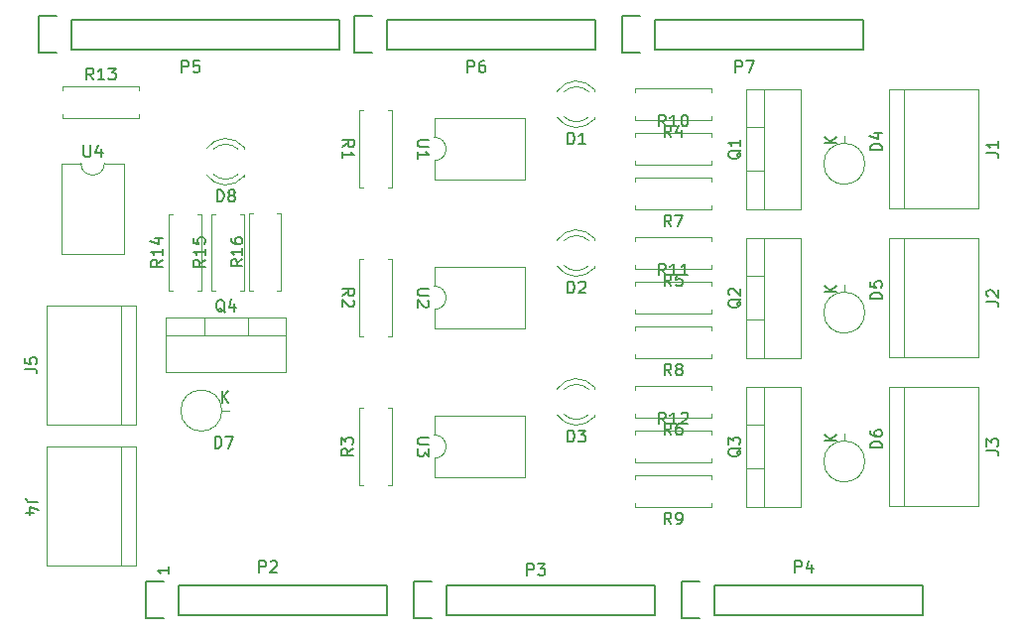
<source format=gbr>
G04 #@! TF.GenerationSoftware,KiCad,Pcbnew,(5.1.0)-1*
G04 #@! TF.CreationDate,2021-05-18T23:18:49-03:00*
G04 #@! TF.ProjectId,Arduino_Mega_Solenoid_Shield_r01,41726475-696e-46f5-9f4d-6567615f536f,rev?*
G04 #@! TF.SameCoordinates,Original*
G04 #@! TF.FileFunction,Legend,Top*
G04 #@! TF.FilePolarity,Positive*
%FSLAX46Y46*%
G04 Gerber Fmt 4.6, Leading zero omitted, Abs format (unit mm)*
G04 Created by KiCad (PCBNEW (5.1.0)-1) date 2021-05-18 23:18:49*
%MOMM*%
%LPD*%
G04 APERTURE LIST*
%ADD10C,0.150000*%
%ADD11C,0.120000*%
G04 APERTURE END LIST*
D10*
X131770380Y-116300285D02*
X131770380Y-116871714D01*
X131770380Y-116586000D02*
X130770380Y-116586000D01*
X130913238Y-116681238D01*
X131008476Y-116776476D01*
X131056095Y-116871714D01*
D11*
X127897400Y-81880400D02*
X126247400Y-81880400D01*
X127897400Y-89620400D02*
X127897400Y-81880400D01*
X122597400Y-89620400D02*
X127897400Y-89620400D01*
X122597400Y-81880400D02*
X122597400Y-89620400D01*
X124247400Y-81880400D02*
X122597400Y-81880400D01*
X126247400Y-81880400D02*
G75*
G02X124247400Y-81880400I-1000000J0D01*
G01*
X141324000Y-86163400D02*
X140994000Y-86163400D01*
X141324000Y-92703400D02*
X141324000Y-86163400D01*
X140994000Y-92703400D02*
X141324000Y-92703400D01*
X138584000Y-86163400D02*
X138914000Y-86163400D01*
X138584000Y-92703400D02*
X138584000Y-86163400D01*
X138914000Y-92703400D02*
X138584000Y-92703400D01*
X138123600Y-86188800D02*
X137793600Y-86188800D01*
X138123600Y-92728800D02*
X138123600Y-86188800D01*
X137793600Y-92728800D02*
X138123600Y-92728800D01*
X135383600Y-86188800D02*
X135713600Y-86188800D01*
X135383600Y-92728800D02*
X135383600Y-86188800D01*
X135713600Y-92728800D02*
X135383600Y-92728800D01*
X134491400Y-86188800D02*
X134161400Y-86188800D01*
X134491400Y-92728800D02*
X134491400Y-86188800D01*
X134161400Y-92728800D02*
X134491400Y-92728800D01*
X131751400Y-86188800D02*
X132081400Y-86188800D01*
X131751400Y-92728800D02*
X131751400Y-86188800D01*
X132081400Y-92728800D02*
X131751400Y-92728800D01*
X129228600Y-78027200D02*
X129228600Y-77697200D01*
X122688600Y-78027200D02*
X129228600Y-78027200D01*
X122688600Y-77697200D02*
X122688600Y-78027200D01*
X129228600Y-75287200D02*
X129228600Y-75617200D01*
X122688600Y-75287200D02*
X129228600Y-75287200D01*
X122688600Y-75617200D02*
X122688600Y-75287200D01*
X138477600Y-95053400D02*
X138477600Y-96563400D01*
X134776600Y-95053400D02*
X134776600Y-96563400D01*
X131506600Y-96563400D02*
X141746600Y-96563400D01*
X141746600Y-95053400D02*
X141746600Y-99694400D01*
X131506600Y-95053400D02*
X131506600Y-99694400D01*
X131506600Y-99694400D02*
X141746600Y-99694400D01*
X131506600Y-95053400D02*
X141746600Y-95053400D01*
X128930400Y-104165400D02*
X128930400Y-94005400D01*
X121310400Y-104165400D02*
X128930400Y-104165400D01*
X121310400Y-94005400D02*
X121310400Y-104165400D01*
X128930400Y-94005400D02*
X121310400Y-94005400D01*
X127660400Y-94005400D02*
X127660400Y-104165400D01*
X134928865Y-82815808D02*
G75*
G03X138161200Y-82972716I1672335J1078608D01*
G01*
X134928865Y-80658592D02*
G75*
G02X138161200Y-80501684I1672335J-1078608D01*
G01*
X135560070Y-82817037D02*
G75*
G03X137642161Y-82817200I1041130J1079837D01*
G01*
X135560070Y-80657363D02*
G75*
G02X137642161Y-80657200I1041130J-1079837D01*
G01*
X138161200Y-82973200D02*
X138161200Y-82817200D01*
X138161200Y-80657200D02*
X138161200Y-80501200D01*
X136269035Y-102971600D02*
X136928400Y-102971600D01*
X136269035Y-102971600D02*
G75*
G03X136269035Y-102971600I-1750635J0D01*
G01*
X150747400Y-77375000D02*
X150417400Y-77375000D01*
X150747400Y-83915000D02*
X150747400Y-77375000D01*
X150417400Y-83915000D02*
X150747400Y-83915000D01*
X148007400Y-77375000D02*
X148337400Y-77375000D01*
X148007400Y-83915000D02*
X148007400Y-77375000D01*
X148337400Y-83915000D02*
X148007400Y-83915000D01*
X154397400Y-79645000D02*
G75*
G02X154397400Y-81645000I0J-1000000D01*
G01*
X154397400Y-81645000D02*
X154397400Y-83295000D01*
X154397400Y-83295000D02*
X162137400Y-83295000D01*
X162137400Y-83295000D02*
X162137400Y-77995000D01*
X162137400Y-77995000D02*
X154397400Y-77995000D01*
X154397400Y-77995000D02*
X154397400Y-79645000D01*
X154397400Y-92345000D02*
G75*
G02X154397400Y-94345000I0J-1000000D01*
G01*
X154397400Y-94345000D02*
X154397400Y-95995000D01*
X154397400Y-95995000D02*
X162137400Y-95995000D01*
X162137400Y-95995000D02*
X162137400Y-90695000D01*
X162137400Y-90695000D02*
X154397400Y-90695000D01*
X154397400Y-90695000D02*
X154397400Y-92345000D01*
X154397400Y-103395000D02*
X154397400Y-105045000D01*
X162137400Y-103395000D02*
X154397400Y-103395000D01*
X162137400Y-108695000D02*
X162137400Y-103395000D01*
X154397400Y-108695000D02*
X162137400Y-108695000D01*
X154397400Y-107045000D02*
X154397400Y-108695000D01*
X154397400Y-105045000D02*
G75*
G02X154397400Y-107045000I0J-1000000D01*
G01*
D10*
X173228000Y-72136000D02*
X191008000Y-72136000D01*
X191008000Y-72136000D02*
X191008000Y-69596000D01*
X191008000Y-69596000D02*
X173228000Y-69596000D01*
X170408000Y-72416000D02*
X171958000Y-72416000D01*
X173228000Y-72136000D02*
X173228000Y-69596000D01*
X171958000Y-69316000D02*
X170408000Y-69316000D01*
X170408000Y-69316000D02*
X170408000Y-72416000D01*
X150368000Y-72136000D02*
X168148000Y-72136000D01*
X168148000Y-72136000D02*
X168148000Y-69596000D01*
X168148000Y-69596000D02*
X150368000Y-69596000D01*
X147548000Y-72416000D02*
X149098000Y-72416000D01*
X150368000Y-72136000D02*
X150368000Y-69596000D01*
X149098000Y-69316000D02*
X147548000Y-69316000D01*
X147548000Y-69316000D02*
X147548000Y-72416000D01*
X123444000Y-72136000D02*
X146304000Y-72136000D01*
X146304000Y-72136000D02*
X146304000Y-69596000D01*
X146304000Y-69596000D02*
X123444000Y-69596000D01*
X120624000Y-72416000D02*
X122174000Y-72416000D01*
X123444000Y-72136000D02*
X123444000Y-69596000D01*
X122174000Y-69316000D02*
X120624000Y-69316000D01*
X120624000Y-69316000D02*
X120624000Y-72416000D01*
X178308000Y-120396000D02*
X196088000Y-120396000D01*
X196088000Y-120396000D02*
X196088000Y-117856000D01*
X196088000Y-117856000D02*
X178308000Y-117856000D01*
X175488000Y-120676000D02*
X177038000Y-120676000D01*
X178308000Y-120396000D02*
X178308000Y-117856000D01*
X177038000Y-117576000D02*
X175488000Y-117576000D01*
X175488000Y-117576000D02*
X175488000Y-120676000D01*
X155448000Y-120396000D02*
X173228000Y-120396000D01*
X173228000Y-120396000D02*
X173228000Y-117856000D01*
X173228000Y-117856000D02*
X155448000Y-117856000D01*
X152628000Y-120676000D02*
X154178000Y-120676000D01*
X155448000Y-120396000D02*
X155448000Y-117856000D01*
X154178000Y-117576000D02*
X152628000Y-117576000D01*
X152628000Y-117576000D02*
X152628000Y-120676000D01*
X132588000Y-120396000D02*
X150368000Y-120396000D01*
X150368000Y-120396000D02*
X150368000Y-117856000D01*
X150368000Y-117856000D02*
X132588000Y-117856000D01*
X129768000Y-120676000D02*
X131318000Y-120676000D01*
X132588000Y-120396000D02*
X132588000Y-117856000D01*
X131318000Y-117576000D02*
X129768000Y-117576000D01*
X129768000Y-117576000D02*
X129768000Y-120676000D01*
D11*
X189382400Y-105564365D02*
X189382400Y-104905000D01*
X191133035Y-107315000D02*
G75*
G03X191133035Y-107315000I-1750635J0D01*
G01*
X189382400Y-92864365D02*
X189382400Y-92205000D01*
X191133035Y-94615000D02*
G75*
G03X191133035Y-94615000I-1750635J0D01*
G01*
X189382400Y-80164365D02*
X189382400Y-79505000D01*
X191133035Y-81915000D02*
G75*
G03X191133035Y-81915000I-1750635J0D01*
G01*
X178047400Y-107415000D02*
X178047400Y-107085000D01*
X171507400Y-107415000D02*
X178047400Y-107415000D01*
X171507400Y-107085000D02*
X171507400Y-107415000D01*
X178047400Y-104675000D02*
X178047400Y-105005000D01*
X171507400Y-104675000D02*
X178047400Y-104675000D01*
X171507400Y-105005000D02*
X171507400Y-104675000D01*
X178047400Y-94715000D02*
X178047400Y-94385000D01*
X171507400Y-94715000D02*
X178047400Y-94715000D01*
X171507400Y-94385000D02*
X171507400Y-94715000D01*
X178047400Y-91975000D02*
X178047400Y-92305000D01*
X171507400Y-91975000D02*
X178047400Y-91975000D01*
X171507400Y-92305000D02*
X171507400Y-91975000D01*
X178047400Y-82015000D02*
X178047400Y-81685000D01*
X171507400Y-82015000D02*
X178047400Y-82015000D01*
X171507400Y-81685000D02*
X171507400Y-82015000D01*
X178047400Y-79275000D02*
X178047400Y-79605000D01*
X171507400Y-79275000D02*
X178047400Y-79275000D01*
X171507400Y-79605000D02*
X171507400Y-79275000D01*
X171507400Y-108485000D02*
X171507400Y-108815000D01*
X178047400Y-108485000D02*
X171507400Y-108485000D01*
X178047400Y-108815000D02*
X178047400Y-108485000D01*
X171507400Y-111225000D02*
X171507400Y-110895000D01*
X178047400Y-111225000D02*
X171507400Y-111225000D01*
X178047400Y-110895000D02*
X178047400Y-111225000D01*
X171507400Y-95785000D02*
X171507400Y-96115000D01*
X178047400Y-95785000D02*
X171507400Y-95785000D01*
X178047400Y-96115000D02*
X178047400Y-95785000D01*
X171507400Y-98525000D02*
X171507400Y-98195000D01*
X178047400Y-98525000D02*
X171507400Y-98525000D01*
X178047400Y-98195000D02*
X178047400Y-98525000D01*
X171507400Y-83085000D02*
X171507400Y-83415000D01*
X178047400Y-83085000D02*
X171507400Y-83085000D01*
X178047400Y-83415000D02*
X178047400Y-83085000D01*
X171507400Y-85825000D02*
X171507400Y-85495000D01*
X178047400Y-85825000D02*
X171507400Y-85825000D01*
X178047400Y-85495000D02*
X178047400Y-85825000D01*
X171507400Y-100865000D02*
X171507400Y-101195000D01*
X178047400Y-100865000D02*
X171507400Y-100865000D01*
X178047400Y-101195000D02*
X178047400Y-100865000D01*
X171507400Y-103605000D02*
X171507400Y-103275000D01*
X178047400Y-103605000D02*
X171507400Y-103605000D01*
X178047400Y-103275000D02*
X178047400Y-103605000D01*
X171507400Y-88165000D02*
X171507400Y-88495000D01*
X178047400Y-88165000D02*
X171507400Y-88165000D01*
X178047400Y-88495000D02*
X178047400Y-88165000D01*
X171507400Y-90905000D02*
X171507400Y-90575000D01*
X178047400Y-90905000D02*
X171507400Y-90905000D01*
X178047400Y-90575000D02*
X178047400Y-90905000D01*
X171507400Y-75465000D02*
X171507400Y-75795000D01*
X178047400Y-75465000D02*
X171507400Y-75465000D01*
X178047400Y-75795000D02*
X178047400Y-75465000D01*
X171507400Y-78205000D02*
X171507400Y-77875000D01*
X178047400Y-78205000D02*
X171507400Y-78205000D01*
X178047400Y-77875000D02*
X178047400Y-78205000D01*
X150747400Y-102775000D02*
X150417400Y-102775000D01*
X150747400Y-109315000D02*
X150747400Y-102775000D01*
X150417400Y-109315000D02*
X150747400Y-109315000D01*
X148007400Y-102775000D02*
X148337400Y-102775000D01*
X148007400Y-109315000D02*
X148007400Y-102775000D01*
X148337400Y-109315000D02*
X148007400Y-109315000D01*
X150747400Y-90075000D02*
X150417400Y-90075000D01*
X150747400Y-96615000D02*
X150747400Y-90075000D01*
X150417400Y-96615000D02*
X150747400Y-96615000D01*
X148007400Y-90075000D02*
X148337400Y-90075000D01*
X148007400Y-96615000D02*
X148007400Y-90075000D01*
X148337400Y-96615000D02*
X148007400Y-96615000D01*
X164850065Y-77913608D02*
G75*
G03X168082400Y-78070516I1672335J1078608D01*
G01*
X164850065Y-75756392D02*
G75*
G02X168082400Y-75599484I1672335J-1078608D01*
G01*
X165481270Y-77914837D02*
G75*
G03X167563361Y-77915000I1041130J1079837D01*
G01*
X165481270Y-75755163D02*
G75*
G02X167563361Y-75755000I1041130J-1079837D01*
G01*
X168082400Y-78071000D02*
X168082400Y-77915000D01*
X168082400Y-75755000D02*
X168082400Y-75599000D01*
X164850065Y-90613608D02*
G75*
G03X168082400Y-90770516I1672335J1078608D01*
G01*
X164850065Y-88456392D02*
G75*
G02X168082400Y-88299484I1672335J-1078608D01*
G01*
X165481270Y-90614837D02*
G75*
G03X167563361Y-90615000I1041130J1079837D01*
G01*
X165481270Y-88455163D02*
G75*
G02X167563361Y-88455000I1041130J-1079837D01*
G01*
X168082400Y-90771000D02*
X168082400Y-90615000D01*
X168082400Y-88455000D02*
X168082400Y-88299000D01*
X164850065Y-103313608D02*
G75*
G03X168082400Y-103470516I1672335J1078608D01*
G01*
X164850065Y-101156392D02*
G75*
G02X168082400Y-100999484I1672335J-1078608D01*
G01*
X165481270Y-103314837D02*
G75*
G03X167563361Y-103315000I1041130J1079837D01*
G01*
X165481270Y-101155163D02*
G75*
G02X167563361Y-101155000I1041130J-1079837D01*
G01*
X168082400Y-103471000D02*
X168082400Y-103315000D01*
X168082400Y-101155000D02*
X168082400Y-100999000D01*
X194462400Y-85725000D02*
X194462400Y-75565000D01*
X193192400Y-85725000D02*
X200812400Y-85725000D01*
X200812400Y-85725000D02*
X200812400Y-75565000D01*
X200812400Y-75565000D02*
X193192400Y-75565000D01*
X193192400Y-75565000D02*
X193192400Y-85725000D01*
X193192400Y-88265000D02*
X193192400Y-98425000D01*
X200812400Y-88265000D02*
X193192400Y-88265000D01*
X200812400Y-98425000D02*
X200812400Y-88265000D01*
X193192400Y-98425000D02*
X200812400Y-98425000D01*
X194462400Y-98425000D02*
X194462400Y-88265000D01*
X194462400Y-111125000D02*
X194462400Y-100965000D01*
X193192400Y-111125000D02*
X200812400Y-111125000D01*
X200812400Y-111125000D02*
X200812400Y-100965000D01*
X200812400Y-100965000D02*
X193192400Y-100965000D01*
X193192400Y-100965000D02*
X193192400Y-111125000D01*
X128905000Y-116205000D02*
X128905000Y-106045000D01*
X121285000Y-116205000D02*
X128905000Y-116205000D01*
X121285000Y-106045000D02*
X121285000Y-116205000D01*
X128905000Y-106045000D02*
X121285000Y-106045000D01*
X127635000Y-106045000D02*
X127635000Y-116205000D01*
X181032400Y-85765000D02*
X181032400Y-75525000D01*
X185673400Y-85765000D02*
X185673400Y-75525000D01*
X181032400Y-85765000D02*
X185673400Y-85765000D01*
X181032400Y-75525000D02*
X185673400Y-75525000D01*
X182542400Y-85765000D02*
X182542400Y-75525000D01*
X181032400Y-82495000D02*
X182542400Y-82495000D01*
X181032400Y-78794000D02*
X182542400Y-78794000D01*
X181032400Y-91494000D02*
X182542400Y-91494000D01*
X181032400Y-95195000D02*
X182542400Y-95195000D01*
X182542400Y-98465000D02*
X182542400Y-88225000D01*
X181032400Y-88225000D02*
X185673400Y-88225000D01*
X181032400Y-98465000D02*
X185673400Y-98465000D01*
X185673400Y-98465000D02*
X185673400Y-88225000D01*
X181032400Y-98465000D02*
X181032400Y-88225000D01*
X181032400Y-104194000D02*
X182542400Y-104194000D01*
X181032400Y-107895000D02*
X182542400Y-107895000D01*
X182542400Y-111165000D02*
X182542400Y-100925000D01*
X181032400Y-100925000D02*
X185673400Y-100925000D01*
X181032400Y-111165000D02*
X185673400Y-111165000D01*
X185673400Y-111165000D02*
X185673400Y-100925000D01*
X181032400Y-111165000D02*
X181032400Y-100925000D01*
D10*
X124485495Y-80332780D02*
X124485495Y-81142304D01*
X124533114Y-81237542D01*
X124580733Y-81285161D01*
X124675971Y-81332780D01*
X124866447Y-81332780D01*
X124961685Y-81285161D01*
X125009304Y-81237542D01*
X125056923Y-81142304D01*
X125056923Y-80332780D01*
X125961685Y-80666114D02*
X125961685Y-81332780D01*
X125723590Y-80285161D02*
X125485495Y-80999447D01*
X126104542Y-80999447D01*
X138036380Y-90076257D02*
X137560190Y-90409590D01*
X138036380Y-90647685D02*
X137036380Y-90647685D01*
X137036380Y-90266733D01*
X137084000Y-90171495D01*
X137131619Y-90123876D01*
X137226857Y-90076257D01*
X137369714Y-90076257D01*
X137464952Y-90123876D01*
X137512571Y-90171495D01*
X137560190Y-90266733D01*
X137560190Y-90647685D01*
X138036380Y-89123876D02*
X138036380Y-89695304D01*
X138036380Y-89409590D02*
X137036380Y-89409590D01*
X137179238Y-89504828D01*
X137274476Y-89600066D01*
X137322095Y-89695304D01*
X137036380Y-88266733D02*
X137036380Y-88457209D01*
X137084000Y-88552447D01*
X137131619Y-88600066D01*
X137274476Y-88695304D01*
X137464952Y-88742923D01*
X137845904Y-88742923D01*
X137941142Y-88695304D01*
X137988761Y-88647685D01*
X138036380Y-88552447D01*
X138036380Y-88361971D01*
X137988761Y-88266733D01*
X137941142Y-88219114D01*
X137845904Y-88171495D01*
X137607809Y-88171495D01*
X137512571Y-88219114D01*
X137464952Y-88266733D01*
X137417333Y-88361971D01*
X137417333Y-88552447D01*
X137464952Y-88647685D01*
X137512571Y-88695304D01*
X137607809Y-88742923D01*
X134835980Y-90101657D02*
X134359790Y-90434990D01*
X134835980Y-90673085D02*
X133835980Y-90673085D01*
X133835980Y-90292133D01*
X133883600Y-90196895D01*
X133931219Y-90149276D01*
X134026457Y-90101657D01*
X134169314Y-90101657D01*
X134264552Y-90149276D01*
X134312171Y-90196895D01*
X134359790Y-90292133D01*
X134359790Y-90673085D01*
X134835980Y-89149276D02*
X134835980Y-89720704D01*
X134835980Y-89434990D02*
X133835980Y-89434990D01*
X133978838Y-89530228D01*
X134074076Y-89625466D01*
X134121695Y-89720704D01*
X133835980Y-88244514D02*
X133835980Y-88720704D01*
X134312171Y-88768323D01*
X134264552Y-88720704D01*
X134216933Y-88625466D01*
X134216933Y-88387371D01*
X134264552Y-88292133D01*
X134312171Y-88244514D01*
X134407409Y-88196895D01*
X134645504Y-88196895D01*
X134740742Y-88244514D01*
X134788361Y-88292133D01*
X134835980Y-88387371D01*
X134835980Y-88625466D01*
X134788361Y-88720704D01*
X134740742Y-88768323D01*
X131203780Y-90101657D02*
X130727590Y-90434990D01*
X131203780Y-90673085D02*
X130203780Y-90673085D01*
X130203780Y-90292133D01*
X130251400Y-90196895D01*
X130299019Y-90149276D01*
X130394257Y-90101657D01*
X130537114Y-90101657D01*
X130632352Y-90149276D01*
X130679971Y-90196895D01*
X130727590Y-90292133D01*
X130727590Y-90673085D01*
X131203780Y-89149276D02*
X131203780Y-89720704D01*
X131203780Y-89434990D02*
X130203780Y-89434990D01*
X130346638Y-89530228D01*
X130441876Y-89625466D01*
X130489495Y-89720704D01*
X130537114Y-88292133D02*
X131203780Y-88292133D01*
X130156161Y-88530228D02*
X130870447Y-88768323D01*
X130870447Y-88149276D01*
X125315742Y-74739580D02*
X124982409Y-74263390D01*
X124744314Y-74739580D02*
X124744314Y-73739580D01*
X125125266Y-73739580D01*
X125220504Y-73787200D01*
X125268123Y-73834819D01*
X125315742Y-73930057D01*
X125315742Y-74072914D01*
X125268123Y-74168152D01*
X125220504Y-74215771D01*
X125125266Y-74263390D01*
X124744314Y-74263390D01*
X126268123Y-74739580D02*
X125696695Y-74739580D01*
X125982409Y-74739580D02*
X125982409Y-73739580D01*
X125887171Y-73882438D01*
X125791933Y-73977676D01*
X125696695Y-74025295D01*
X126601457Y-73739580D02*
X127220504Y-73739580D01*
X126887171Y-74120533D01*
X127030028Y-74120533D01*
X127125266Y-74168152D01*
X127172885Y-74215771D01*
X127220504Y-74311009D01*
X127220504Y-74549104D01*
X127172885Y-74644342D01*
X127125266Y-74691961D01*
X127030028Y-74739580D01*
X126744314Y-74739580D01*
X126649076Y-74691961D01*
X126601457Y-74644342D01*
X136531361Y-94601019D02*
X136436123Y-94553400D01*
X136340885Y-94458161D01*
X136198028Y-94315304D01*
X136102790Y-94267685D01*
X136007552Y-94267685D01*
X136055171Y-94505780D02*
X135959933Y-94458161D01*
X135864695Y-94362923D01*
X135817076Y-94172447D01*
X135817076Y-93839114D01*
X135864695Y-93648638D01*
X135959933Y-93553400D01*
X136055171Y-93505780D01*
X136245647Y-93505780D01*
X136340885Y-93553400D01*
X136436123Y-93648638D01*
X136483742Y-93839114D01*
X136483742Y-94172447D01*
X136436123Y-94362923D01*
X136340885Y-94458161D01*
X136245647Y-94505780D01*
X136055171Y-94505780D01*
X137340885Y-93839114D02*
X137340885Y-94505780D01*
X137102790Y-93458161D02*
X136864695Y-94172447D01*
X137483742Y-94172447D01*
X119492780Y-99418733D02*
X120207066Y-99418733D01*
X120349923Y-99466352D01*
X120445161Y-99561590D01*
X120492780Y-99704447D01*
X120492780Y-99799685D01*
X119492780Y-98466352D02*
X119492780Y-98942542D01*
X119968971Y-98990161D01*
X119921352Y-98942542D01*
X119873733Y-98847304D01*
X119873733Y-98609209D01*
X119921352Y-98513971D01*
X119968971Y-98466352D01*
X120064209Y-98418733D01*
X120302304Y-98418733D01*
X120397542Y-98466352D01*
X120445161Y-98513971D01*
X120492780Y-98609209D01*
X120492780Y-98847304D01*
X120445161Y-98942542D01*
X120397542Y-98990161D01*
X135863104Y-85149580D02*
X135863104Y-84149580D01*
X136101200Y-84149580D01*
X136244057Y-84197200D01*
X136339295Y-84292438D01*
X136386914Y-84387676D01*
X136434533Y-84578152D01*
X136434533Y-84721009D01*
X136386914Y-84911485D01*
X136339295Y-85006723D01*
X136244057Y-85101961D01*
X136101200Y-85149580D01*
X135863104Y-85149580D01*
X137005961Y-84578152D02*
X136910723Y-84530533D01*
X136863104Y-84482914D01*
X136815485Y-84387676D01*
X136815485Y-84340057D01*
X136863104Y-84244819D01*
X136910723Y-84197200D01*
X137005961Y-84149580D01*
X137196438Y-84149580D01*
X137291676Y-84197200D01*
X137339295Y-84244819D01*
X137386914Y-84340057D01*
X137386914Y-84387676D01*
X137339295Y-84482914D01*
X137291676Y-84530533D01*
X137196438Y-84578152D01*
X137005961Y-84578152D01*
X136910723Y-84625771D01*
X136863104Y-84673390D01*
X136815485Y-84768628D01*
X136815485Y-84959104D01*
X136863104Y-85054342D01*
X136910723Y-85101961D01*
X137005961Y-85149580D01*
X137196438Y-85149580D01*
X137291676Y-85101961D01*
X137339295Y-85054342D01*
X137386914Y-84959104D01*
X137386914Y-84768628D01*
X137339295Y-84673390D01*
X137291676Y-84625771D01*
X137196438Y-84578152D01*
X135685304Y-106174615D02*
X135685304Y-105174615D01*
X135923400Y-105174615D01*
X136066257Y-105222235D01*
X136161495Y-105317473D01*
X136209114Y-105412711D01*
X136256733Y-105603187D01*
X136256733Y-105746044D01*
X136209114Y-105936520D01*
X136161495Y-106031758D01*
X136066257Y-106126996D01*
X135923400Y-106174615D01*
X135685304Y-106174615D01*
X136590066Y-105174615D02*
X137256733Y-105174615D01*
X136828161Y-106174615D01*
X136266495Y-102323980D02*
X136266495Y-101323980D01*
X136837923Y-102323980D02*
X136409352Y-101752552D01*
X136837923Y-101323980D02*
X136266495Y-101895409D01*
X146555019Y-80478333D02*
X147031209Y-80145000D01*
X146555019Y-79906904D02*
X147555019Y-79906904D01*
X147555019Y-80287857D01*
X147507400Y-80383095D01*
X147459780Y-80430714D01*
X147364542Y-80478333D01*
X147221685Y-80478333D01*
X147126447Y-80430714D01*
X147078828Y-80383095D01*
X147031209Y-80287857D01*
X147031209Y-79906904D01*
X146555019Y-81430714D02*
X146555019Y-80859285D01*
X146555019Y-81145000D02*
X147555019Y-81145000D01*
X147412161Y-81049761D01*
X147316923Y-80954523D01*
X147269304Y-80859285D01*
X153945019Y-79883095D02*
X153135495Y-79883095D01*
X153040257Y-79930714D01*
X152992638Y-79978333D01*
X152945019Y-80073571D01*
X152945019Y-80264047D01*
X152992638Y-80359285D01*
X153040257Y-80406904D01*
X153135495Y-80454523D01*
X153945019Y-80454523D01*
X152945019Y-81454523D02*
X152945019Y-80883095D01*
X152945019Y-81168809D02*
X153945019Y-81168809D01*
X153802161Y-81073571D01*
X153706923Y-80978333D01*
X153659304Y-80883095D01*
X153945019Y-92583095D02*
X153135495Y-92583095D01*
X153040257Y-92630714D01*
X152992638Y-92678333D01*
X152945019Y-92773571D01*
X152945019Y-92964047D01*
X152992638Y-93059285D01*
X153040257Y-93106904D01*
X153135495Y-93154523D01*
X153945019Y-93154523D01*
X153849780Y-93583095D02*
X153897400Y-93630714D01*
X153945019Y-93725952D01*
X153945019Y-93964047D01*
X153897400Y-94059285D01*
X153849780Y-94106904D01*
X153754542Y-94154523D01*
X153659304Y-94154523D01*
X153516447Y-94106904D01*
X152945019Y-93535476D01*
X152945019Y-94154523D01*
X153945019Y-105283095D02*
X153135495Y-105283095D01*
X153040257Y-105330714D01*
X152992638Y-105378333D01*
X152945019Y-105473571D01*
X152945019Y-105664047D01*
X152992638Y-105759285D01*
X153040257Y-105806904D01*
X153135495Y-105854523D01*
X153945019Y-105854523D01*
X153945019Y-106235476D02*
X153945019Y-106854523D01*
X153564066Y-106521190D01*
X153564066Y-106664047D01*
X153516447Y-106759285D01*
X153468828Y-106806904D01*
X153373590Y-106854523D01*
X153135495Y-106854523D01*
X153040257Y-106806904D01*
X152992638Y-106759285D01*
X152945019Y-106664047D01*
X152945019Y-106378333D01*
X152992638Y-106283095D01*
X153040257Y-106235476D01*
X180109904Y-74112380D02*
X180109904Y-73112380D01*
X180490857Y-73112380D01*
X180586095Y-73160000D01*
X180633714Y-73207619D01*
X180681333Y-73302857D01*
X180681333Y-73445714D01*
X180633714Y-73540952D01*
X180586095Y-73588571D01*
X180490857Y-73636190D01*
X180109904Y-73636190D01*
X181014666Y-73112380D02*
X181681333Y-73112380D01*
X181252761Y-74112380D01*
X157249904Y-74112380D02*
X157249904Y-73112380D01*
X157630857Y-73112380D01*
X157726095Y-73160000D01*
X157773714Y-73207619D01*
X157821333Y-73302857D01*
X157821333Y-73445714D01*
X157773714Y-73540952D01*
X157726095Y-73588571D01*
X157630857Y-73636190D01*
X157249904Y-73636190D01*
X158678476Y-73112380D02*
X158488000Y-73112380D01*
X158392761Y-73160000D01*
X158345142Y-73207619D01*
X158249904Y-73350476D01*
X158202285Y-73540952D01*
X158202285Y-73921904D01*
X158249904Y-74017142D01*
X158297523Y-74064761D01*
X158392761Y-74112380D01*
X158583238Y-74112380D01*
X158678476Y-74064761D01*
X158726095Y-74017142D01*
X158773714Y-73921904D01*
X158773714Y-73683809D01*
X158726095Y-73588571D01*
X158678476Y-73540952D01*
X158583238Y-73493333D01*
X158392761Y-73493333D01*
X158297523Y-73540952D01*
X158249904Y-73588571D01*
X158202285Y-73683809D01*
X132865904Y-74112380D02*
X132865904Y-73112380D01*
X133246857Y-73112380D01*
X133342095Y-73160000D01*
X133389714Y-73207619D01*
X133437333Y-73302857D01*
X133437333Y-73445714D01*
X133389714Y-73540952D01*
X133342095Y-73588571D01*
X133246857Y-73636190D01*
X132865904Y-73636190D01*
X134342095Y-73112380D02*
X133865904Y-73112380D01*
X133818285Y-73588571D01*
X133865904Y-73540952D01*
X133961142Y-73493333D01*
X134199238Y-73493333D01*
X134294476Y-73540952D01*
X134342095Y-73588571D01*
X134389714Y-73683809D01*
X134389714Y-73921904D01*
X134342095Y-74017142D01*
X134294476Y-74064761D01*
X134199238Y-74112380D01*
X133961142Y-74112380D01*
X133865904Y-74064761D01*
X133818285Y-74017142D01*
X185189904Y-116784380D02*
X185189904Y-115784380D01*
X185570857Y-115784380D01*
X185666095Y-115832000D01*
X185713714Y-115879619D01*
X185761333Y-115974857D01*
X185761333Y-116117714D01*
X185713714Y-116212952D01*
X185666095Y-116260571D01*
X185570857Y-116308190D01*
X185189904Y-116308190D01*
X186618476Y-116117714D02*
X186618476Y-116784380D01*
X186380380Y-115736761D02*
X186142285Y-116451047D01*
X186761333Y-116451047D01*
X162329904Y-117038380D02*
X162329904Y-116038380D01*
X162710857Y-116038380D01*
X162806095Y-116086000D01*
X162853714Y-116133619D01*
X162901333Y-116228857D01*
X162901333Y-116371714D01*
X162853714Y-116466952D01*
X162806095Y-116514571D01*
X162710857Y-116562190D01*
X162329904Y-116562190D01*
X163234666Y-116038380D02*
X163853714Y-116038380D01*
X163520380Y-116419333D01*
X163663238Y-116419333D01*
X163758476Y-116466952D01*
X163806095Y-116514571D01*
X163853714Y-116609809D01*
X163853714Y-116847904D01*
X163806095Y-116943142D01*
X163758476Y-116990761D01*
X163663238Y-117038380D01*
X163377523Y-117038380D01*
X163282285Y-116990761D01*
X163234666Y-116943142D01*
X139469904Y-116784380D02*
X139469904Y-115784380D01*
X139850857Y-115784380D01*
X139946095Y-115832000D01*
X139993714Y-115879619D01*
X140041333Y-115974857D01*
X140041333Y-116117714D01*
X139993714Y-116212952D01*
X139946095Y-116260571D01*
X139850857Y-116308190D01*
X139469904Y-116308190D01*
X140422285Y-115879619D02*
X140469904Y-115832000D01*
X140565142Y-115784380D01*
X140803238Y-115784380D01*
X140898476Y-115832000D01*
X140946095Y-115879619D01*
X140993714Y-115974857D01*
X140993714Y-116070095D01*
X140946095Y-116212952D01*
X140374666Y-116784380D01*
X140993714Y-116784380D01*
X192585415Y-106148095D02*
X191585415Y-106148095D01*
X191585415Y-105910000D01*
X191633035Y-105767142D01*
X191728273Y-105671904D01*
X191823511Y-105624285D01*
X192013987Y-105576666D01*
X192156844Y-105576666D01*
X192347320Y-105624285D01*
X192442558Y-105671904D01*
X192537796Y-105767142D01*
X192585415Y-105910000D01*
X192585415Y-106148095D01*
X191585415Y-104719523D02*
X191585415Y-104910000D01*
X191633035Y-105005238D01*
X191680654Y-105052857D01*
X191823511Y-105148095D01*
X192013987Y-105195714D01*
X192394939Y-105195714D01*
X192490177Y-105148095D01*
X192537796Y-105100476D01*
X192585415Y-105005238D01*
X192585415Y-104814761D01*
X192537796Y-104719523D01*
X192490177Y-104671904D01*
X192394939Y-104624285D01*
X192156844Y-104624285D01*
X192061606Y-104671904D01*
X192013987Y-104719523D01*
X191966368Y-104814761D01*
X191966368Y-105005238D01*
X192013987Y-105100476D01*
X192061606Y-105148095D01*
X192156844Y-105195714D01*
X188734780Y-105566904D02*
X187734780Y-105566904D01*
X188734780Y-104995476D02*
X188163352Y-105424047D01*
X187734780Y-104995476D02*
X188306209Y-105566904D01*
X192585415Y-93448095D02*
X191585415Y-93448095D01*
X191585415Y-93210000D01*
X191633035Y-93067142D01*
X191728273Y-92971904D01*
X191823511Y-92924285D01*
X192013987Y-92876666D01*
X192156844Y-92876666D01*
X192347320Y-92924285D01*
X192442558Y-92971904D01*
X192537796Y-93067142D01*
X192585415Y-93210000D01*
X192585415Y-93448095D01*
X191585415Y-91971904D02*
X191585415Y-92448095D01*
X192061606Y-92495714D01*
X192013987Y-92448095D01*
X191966368Y-92352857D01*
X191966368Y-92114761D01*
X192013987Y-92019523D01*
X192061606Y-91971904D01*
X192156844Y-91924285D01*
X192394939Y-91924285D01*
X192490177Y-91971904D01*
X192537796Y-92019523D01*
X192585415Y-92114761D01*
X192585415Y-92352857D01*
X192537796Y-92448095D01*
X192490177Y-92495714D01*
X188734780Y-92866904D02*
X187734780Y-92866904D01*
X188734780Y-92295476D02*
X188163352Y-92724047D01*
X187734780Y-92295476D02*
X188306209Y-92866904D01*
X192585415Y-80748095D02*
X191585415Y-80748095D01*
X191585415Y-80510000D01*
X191633035Y-80367142D01*
X191728273Y-80271904D01*
X191823511Y-80224285D01*
X192013987Y-80176666D01*
X192156844Y-80176666D01*
X192347320Y-80224285D01*
X192442558Y-80271904D01*
X192537796Y-80367142D01*
X192585415Y-80510000D01*
X192585415Y-80748095D01*
X191918749Y-79319523D02*
X192585415Y-79319523D01*
X191537796Y-79557619D02*
X192252082Y-79795714D01*
X192252082Y-79176666D01*
X188734780Y-80166904D02*
X187734780Y-80166904D01*
X188734780Y-79595476D02*
X188163352Y-80024047D01*
X187734780Y-79595476D02*
X188306209Y-80166904D01*
X174134542Y-104127380D02*
X173801209Y-103651190D01*
X173563114Y-104127380D02*
X173563114Y-103127380D01*
X173944066Y-103127380D01*
X174039304Y-103175000D01*
X174086923Y-103222619D01*
X174134542Y-103317857D01*
X174134542Y-103460714D01*
X174086923Y-103555952D01*
X174039304Y-103603571D01*
X173944066Y-103651190D01*
X173563114Y-103651190D01*
X175086923Y-104127380D02*
X174515495Y-104127380D01*
X174801209Y-104127380D02*
X174801209Y-103127380D01*
X174705971Y-103270238D01*
X174610733Y-103365476D01*
X174515495Y-103413095D01*
X175467876Y-103222619D02*
X175515495Y-103175000D01*
X175610733Y-103127380D01*
X175848828Y-103127380D01*
X175944066Y-103175000D01*
X175991685Y-103222619D01*
X176039304Y-103317857D01*
X176039304Y-103413095D01*
X175991685Y-103555952D01*
X175420257Y-104127380D01*
X176039304Y-104127380D01*
X174134542Y-91427380D02*
X173801209Y-90951190D01*
X173563114Y-91427380D02*
X173563114Y-90427380D01*
X173944066Y-90427380D01*
X174039304Y-90475000D01*
X174086923Y-90522619D01*
X174134542Y-90617857D01*
X174134542Y-90760714D01*
X174086923Y-90855952D01*
X174039304Y-90903571D01*
X173944066Y-90951190D01*
X173563114Y-90951190D01*
X175086923Y-91427380D02*
X174515495Y-91427380D01*
X174801209Y-91427380D02*
X174801209Y-90427380D01*
X174705971Y-90570238D01*
X174610733Y-90665476D01*
X174515495Y-90713095D01*
X176039304Y-91427380D02*
X175467876Y-91427380D01*
X175753590Y-91427380D02*
X175753590Y-90427380D01*
X175658352Y-90570238D01*
X175563114Y-90665476D01*
X175467876Y-90713095D01*
X174134542Y-78727380D02*
X173801209Y-78251190D01*
X173563114Y-78727380D02*
X173563114Y-77727380D01*
X173944066Y-77727380D01*
X174039304Y-77775000D01*
X174086923Y-77822619D01*
X174134542Y-77917857D01*
X174134542Y-78060714D01*
X174086923Y-78155952D01*
X174039304Y-78203571D01*
X173944066Y-78251190D01*
X173563114Y-78251190D01*
X175086923Y-78727380D02*
X174515495Y-78727380D01*
X174801209Y-78727380D02*
X174801209Y-77727380D01*
X174705971Y-77870238D01*
X174610733Y-77965476D01*
X174515495Y-78013095D01*
X175705971Y-77727380D02*
X175801209Y-77727380D01*
X175896447Y-77775000D01*
X175944066Y-77822619D01*
X175991685Y-77917857D01*
X176039304Y-78108333D01*
X176039304Y-78346428D01*
X175991685Y-78536904D01*
X175944066Y-78632142D01*
X175896447Y-78679761D01*
X175801209Y-78727380D01*
X175705971Y-78727380D01*
X175610733Y-78679761D01*
X175563114Y-78632142D01*
X175515495Y-78536904D01*
X175467876Y-78346428D01*
X175467876Y-78108333D01*
X175515495Y-77917857D01*
X175563114Y-77822619D01*
X175610733Y-77775000D01*
X175705971Y-77727380D01*
X174610733Y-112677380D02*
X174277400Y-112201190D01*
X174039304Y-112677380D02*
X174039304Y-111677380D01*
X174420257Y-111677380D01*
X174515495Y-111725000D01*
X174563114Y-111772619D01*
X174610733Y-111867857D01*
X174610733Y-112010714D01*
X174563114Y-112105952D01*
X174515495Y-112153571D01*
X174420257Y-112201190D01*
X174039304Y-112201190D01*
X175086923Y-112677380D02*
X175277400Y-112677380D01*
X175372638Y-112629761D01*
X175420257Y-112582142D01*
X175515495Y-112439285D01*
X175563114Y-112248809D01*
X175563114Y-111867857D01*
X175515495Y-111772619D01*
X175467876Y-111725000D01*
X175372638Y-111677380D01*
X175182161Y-111677380D01*
X175086923Y-111725000D01*
X175039304Y-111772619D01*
X174991685Y-111867857D01*
X174991685Y-112105952D01*
X175039304Y-112201190D01*
X175086923Y-112248809D01*
X175182161Y-112296428D01*
X175372638Y-112296428D01*
X175467876Y-112248809D01*
X175515495Y-112201190D01*
X175563114Y-112105952D01*
X174610733Y-99977380D02*
X174277400Y-99501190D01*
X174039304Y-99977380D02*
X174039304Y-98977380D01*
X174420257Y-98977380D01*
X174515495Y-99025000D01*
X174563114Y-99072619D01*
X174610733Y-99167857D01*
X174610733Y-99310714D01*
X174563114Y-99405952D01*
X174515495Y-99453571D01*
X174420257Y-99501190D01*
X174039304Y-99501190D01*
X175182161Y-99405952D02*
X175086923Y-99358333D01*
X175039304Y-99310714D01*
X174991685Y-99215476D01*
X174991685Y-99167857D01*
X175039304Y-99072619D01*
X175086923Y-99025000D01*
X175182161Y-98977380D01*
X175372638Y-98977380D01*
X175467876Y-99025000D01*
X175515495Y-99072619D01*
X175563114Y-99167857D01*
X175563114Y-99215476D01*
X175515495Y-99310714D01*
X175467876Y-99358333D01*
X175372638Y-99405952D01*
X175182161Y-99405952D01*
X175086923Y-99453571D01*
X175039304Y-99501190D01*
X174991685Y-99596428D01*
X174991685Y-99786904D01*
X175039304Y-99882142D01*
X175086923Y-99929761D01*
X175182161Y-99977380D01*
X175372638Y-99977380D01*
X175467876Y-99929761D01*
X175515495Y-99882142D01*
X175563114Y-99786904D01*
X175563114Y-99596428D01*
X175515495Y-99501190D01*
X175467876Y-99453571D01*
X175372638Y-99405952D01*
X174610733Y-87277380D02*
X174277400Y-86801190D01*
X174039304Y-87277380D02*
X174039304Y-86277380D01*
X174420257Y-86277380D01*
X174515495Y-86325000D01*
X174563114Y-86372619D01*
X174610733Y-86467857D01*
X174610733Y-86610714D01*
X174563114Y-86705952D01*
X174515495Y-86753571D01*
X174420257Y-86801190D01*
X174039304Y-86801190D01*
X174944066Y-86277380D02*
X175610733Y-86277380D01*
X175182161Y-87277380D01*
X174610733Y-105057380D02*
X174277400Y-104581190D01*
X174039304Y-105057380D02*
X174039304Y-104057380D01*
X174420257Y-104057380D01*
X174515495Y-104105000D01*
X174563114Y-104152619D01*
X174610733Y-104247857D01*
X174610733Y-104390714D01*
X174563114Y-104485952D01*
X174515495Y-104533571D01*
X174420257Y-104581190D01*
X174039304Y-104581190D01*
X175467876Y-104057380D02*
X175277400Y-104057380D01*
X175182161Y-104105000D01*
X175134542Y-104152619D01*
X175039304Y-104295476D01*
X174991685Y-104485952D01*
X174991685Y-104866904D01*
X175039304Y-104962142D01*
X175086923Y-105009761D01*
X175182161Y-105057380D01*
X175372638Y-105057380D01*
X175467876Y-105009761D01*
X175515495Y-104962142D01*
X175563114Y-104866904D01*
X175563114Y-104628809D01*
X175515495Y-104533571D01*
X175467876Y-104485952D01*
X175372638Y-104438333D01*
X175182161Y-104438333D01*
X175086923Y-104485952D01*
X175039304Y-104533571D01*
X174991685Y-104628809D01*
X174610733Y-92357380D02*
X174277400Y-91881190D01*
X174039304Y-92357380D02*
X174039304Y-91357380D01*
X174420257Y-91357380D01*
X174515495Y-91405000D01*
X174563114Y-91452619D01*
X174610733Y-91547857D01*
X174610733Y-91690714D01*
X174563114Y-91785952D01*
X174515495Y-91833571D01*
X174420257Y-91881190D01*
X174039304Y-91881190D01*
X175515495Y-91357380D02*
X175039304Y-91357380D01*
X174991685Y-91833571D01*
X175039304Y-91785952D01*
X175134542Y-91738333D01*
X175372638Y-91738333D01*
X175467876Y-91785952D01*
X175515495Y-91833571D01*
X175563114Y-91928809D01*
X175563114Y-92166904D01*
X175515495Y-92262142D01*
X175467876Y-92309761D01*
X175372638Y-92357380D01*
X175134542Y-92357380D01*
X175039304Y-92309761D01*
X174991685Y-92262142D01*
X174610733Y-79657380D02*
X174277400Y-79181190D01*
X174039304Y-79657380D02*
X174039304Y-78657380D01*
X174420257Y-78657380D01*
X174515495Y-78705000D01*
X174563114Y-78752619D01*
X174610733Y-78847857D01*
X174610733Y-78990714D01*
X174563114Y-79085952D01*
X174515495Y-79133571D01*
X174420257Y-79181190D01*
X174039304Y-79181190D01*
X175467876Y-78990714D02*
X175467876Y-79657380D01*
X175229780Y-78609761D02*
X174991685Y-79324047D01*
X175610733Y-79324047D01*
X147459780Y-106211666D02*
X146983590Y-106545000D01*
X147459780Y-106783095D02*
X146459780Y-106783095D01*
X146459780Y-106402142D01*
X146507400Y-106306904D01*
X146555019Y-106259285D01*
X146650257Y-106211666D01*
X146793114Y-106211666D01*
X146888352Y-106259285D01*
X146935971Y-106306904D01*
X146983590Y-106402142D01*
X146983590Y-106783095D01*
X146459780Y-105878333D02*
X146459780Y-105259285D01*
X146840733Y-105592619D01*
X146840733Y-105449761D01*
X146888352Y-105354523D01*
X146935971Y-105306904D01*
X147031209Y-105259285D01*
X147269304Y-105259285D01*
X147364542Y-105306904D01*
X147412161Y-105354523D01*
X147459780Y-105449761D01*
X147459780Y-105735476D01*
X147412161Y-105830714D01*
X147364542Y-105878333D01*
X146555019Y-93178333D02*
X147031209Y-92845000D01*
X146555019Y-92606904D02*
X147555019Y-92606904D01*
X147555019Y-92987857D01*
X147507400Y-93083095D01*
X147459780Y-93130714D01*
X147364542Y-93178333D01*
X147221685Y-93178333D01*
X147126447Y-93130714D01*
X147078828Y-93083095D01*
X147031209Y-92987857D01*
X147031209Y-92606904D01*
X147459780Y-93559285D02*
X147507400Y-93606904D01*
X147555019Y-93702142D01*
X147555019Y-93940238D01*
X147507400Y-94035476D01*
X147459780Y-94083095D01*
X147364542Y-94130714D01*
X147269304Y-94130714D01*
X147126447Y-94083095D01*
X146555019Y-93511666D01*
X146555019Y-94130714D01*
X165784304Y-80247380D02*
X165784304Y-79247380D01*
X166022400Y-79247380D01*
X166165257Y-79295000D01*
X166260495Y-79390238D01*
X166308114Y-79485476D01*
X166355733Y-79675952D01*
X166355733Y-79818809D01*
X166308114Y-80009285D01*
X166260495Y-80104523D01*
X166165257Y-80199761D01*
X166022400Y-80247380D01*
X165784304Y-80247380D01*
X167308114Y-80247380D02*
X166736685Y-80247380D01*
X167022400Y-80247380D02*
X167022400Y-79247380D01*
X166927161Y-79390238D01*
X166831923Y-79485476D01*
X166736685Y-79533095D01*
X165784304Y-92947380D02*
X165784304Y-91947380D01*
X166022400Y-91947380D01*
X166165257Y-91995000D01*
X166260495Y-92090238D01*
X166308114Y-92185476D01*
X166355733Y-92375952D01*
X166355733Y-92518809D01*
X166308114Y-92709285D01*
X166260495Y-92804523D01*
X166165257Y-92899761D01*
X166022400Y-92947380D01*
X165784304Y-92947380D01*
X166736685Y-92042619D02*
X166784304Y-91995000D01*
X166879542Y-91947380D01*
X167117638Y-91947380D01*
X167212876Y-91995000D01*
X167260495Y-92042619D01*
X167308114Y-92137857D01*
X167308114Y-92233095D01*
X167260495Y-92375952D01*
X166689066Y-92947380D01*
X167308114Y-92947380D01*
X165784304Y-105647380D02*
X165784304Y-104647380D01*
X166022400Y-104647380D01*
X166165257Y-104695000D01*
X166260495Y-104790238D01*
X166308114Y-104885476D01*
X166355733Y-105075952D01*
X166355733Y-105218809D01*
X166308114Y-105409285D01*
X166260495Y-105504523D01*
X166165257Y-105599761D01*
X166022400Y-105647380D01*
X165784304Y-105647380D01*
X166689066Y-104647380D02*
X167308114Y-104647380D01*
X166974780Y-105028333D01*
X167117638Y-105028333D01*
X167212876Y-105075952D01*
X167260495Y-105123571D01*
X167308114Y-105218809D01*
X167308114Y-105456904D01*
X167260495Y-105552142D01*
X167212876Y-105599761D01*
X167117638Y-105647380D01*
X166831923Y-105647380D01*
X166736685Y-105599761D01*
X166689066Y-105552142D01*
X201534780Y-80978333D02*
X202249066Y-80978333D01*
X202391923Y-81025952D01*
X202487161Y-81121190D01*
X202534780Y-81264047D01*
X202534780Y-81359285D01*
X202534780Y-79978333D02*
X202534780Y-80549761D01*
X202534780Y-80264047D02*
X201534780Y-80264047D01*
X201677638Y-80359285D01*
X201772876Y-80454523D01*
X201820495Y-80549761D01*
X201534780Y-93678333D02*
X202249066Y-93678333D01*
X202391923Y-93725952D01*
X202487161Y-93821190D01*
X202534780Y-93964047D01*
X202534780Y-94059285D01*
X201630019Y-93249761D02*
X201582400Y-93202142D01*
X201534780Y-93106904D01*
X201534780Y-92868809D01*
X201582400Y-92773571D01*
X201630019Y-92725952D01*
X201725257Y-92678333D01*
X201820495Y-92678333D01*
X201963352Y-92725952D01*
X202534780Y-93297380D01*
X202534780Y-92678333D01*
X201534780Y-106378333D02*
X202249066Y-106378333D01*
X202391923Y-106425952D01*
X202487161Y-106521190D01*
X202534780Y-106664047D01*
X202534780Y-106759285D01*
X201534780Y-105997380D02*
X201534780Y-105378333D01*
X201915733Y-105711666D01*
X201915733Y-105568809D01*
X201963352Y-105473571D01*
X202010971Y-105425952D01*
X202106209Y-105378333D01*
X202344304Y-105378333D01*
X202439542Y-105425952D01*
X202487161Y-105473571D01*
X202534780Y-105568809D01*
X202534780Y-105854523D01*
X202487161Y-105949761D01*
X202439542Y-105997380D01*
X120562619Y-110791666D02*
X119848333Y-110791666D01*
X119705476Y-110744047D01*
X119610238Y-110648809D01*
X119562619Y-110505952D01*
X119562619Y-110410714D01*
X120229285Y-111696428D02*
X119562619Y-111696428D01*
X120610238Y-111458333D02*
X119895952Y-111220238D01*
X119895952Y-111839285D01*
X180580019Y-80740238D02*
X180532400Y-80835476D01*
X180437161Y-80930714D01*
X180294304Y-81073571D01*
X180246685Y-81168809D01*
X180246685Y-81264047D01*
X180484780Y-81216428D02*
X180437161Y-81311666D01*
X180341923Y-81406904D01*
X180151447Y-81454523D01*
X179818114Y-81454523D01*
X179627638Y-81406904D01*
X179532400Y-81311666D01*
X179484780Y-81216428D01*
X179484780Y-81025952D01*
X179532400Y-80930714D01*
X179627638Y-80835476D01*
X179818114Y-80787857D01*
X180151447Y-80787857D01*
X180341923Y-80835476D01*
X180437161Y-80930714D01*
X180484780Y-81025952D01*
X180484780Y-81216428D01*
X180484780Y-79835476D02*
X180484780Y-80406904D01*
X180484780Y-80121190D02*
X179484780Y-80121190D01*
X179627638Y-80216428D01*
X179722876Y-80311666D01*
X179770495Y-80406904D01*
X180580019Y-93440238D02*
X180532400Y-93535476D01*
X180437161Y-93630714D01*
X180294304Y-93773571D01*
X180246685Y-93868809D01*
X180246685Y-93964047D01*
X180484780Y-93916428D02*
X180437161Y-94011666D01*
X180341923Y-94106904D01*
X180151447Y-94154523D01*
X179818114Y-94154523D01*
X179627638Y-94106904D01*
X179532400Y-94011666D01*
X179484780Y-93916428D01*
X179484780Y-93725952D01*
X179532400Y-93630714D01*
X179627638Y-93535476D01*
X179818114Y-93487857D01*
X180151447Y-93487857D01*
X180341923Y-93535476D01*
X180437161Y-93630714D01*
X180484780Y-93725952D01*
X180484780Y-93916428D01*
X179580019Y-93106904D02*
X179532400Y-93059285D01*
X179484780Y-92964047D01*
X179484780Y-92725952D01*
X179532400Y-92630714D01*
X179580019Y-92583095D01*
X179675257Y-92535476D01*
X179770495Y-92535476D01*
X179913352Y-92583095D01*
X180484780Y-93154523D01*
X180484780Y-92535476D01*
X180580019Y-106140238D02*
X180532400Y-106235476D01*
X180437161Y-106330714D01*
X180294304Y-106473571D01*
X180246685Y-106568809D01*
X180246685Y-106664047D01*
X180484780Y-106616428D02*
X180437161Y-106711666D01*
X180341923Y-106806904D01*
X180151447Y-106854523D01*
X179818114Y-106854523D01*
X179627638Y-106806904D01*
X179532400Y-106711666D01*
X179484780Y-106616428D01*
X179484780Y-106425952D01*
X179532400Y-106330714D01*
X179627638Y-106235476D01*
X179818114Y-106187857D01*
X180151447Y-106187857D01*
X180341923Y-106235476D01*
X180437161Y-106330714D01*
X180484780Y-106425952D01*
X180484780Y-106616428D01*
X179484780Y-105854523D02*
X179484780Y-105235476D01*
X179865733Y-105568809D01*
X179865733Y-105425952D01*
X179913352Y-105330714D01*
X179960971Y-105283095D01*
X180056209Y-105235476D01*
X180294304Y-105235476D01*
X180389542Y-105283095D01*
X180437161Y-105330714D01*
X180484780Y-105425952D01*
X180484780Y-105711666D01*
X180437161Y-105806904D01*
X180389542Y-105854523D01*
M02*

</source>
